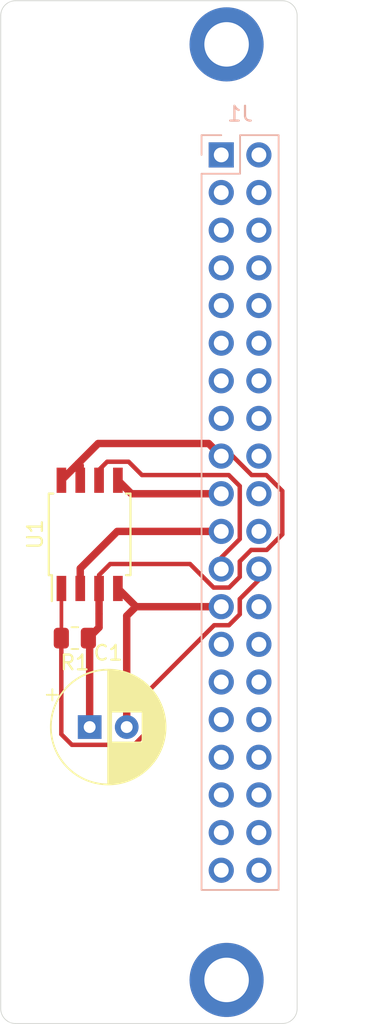
<source format=kicad_pcb>
(kicad_pcb (version 20211014) (generator pcbnew)
  (layers (0 "F.Cu" signal) (31 "B.Cu" signal) (34 "B.Paste" user) (35 "F.Paste" user) (36 "B.SilkS" user "B.Silkscreen") (37 "F.SilkS" user "F.Silkscreen") (38 "B.Mask" user) (39 "F.Mask" user) (44 "Edge.Cuts" user))
  (net 0 "")
  (net 1 "+3V3")
  (net 2 "GND")
  (net 20 "/SPI0_MOSI")
  (net 22 "/SPI0_MISO")
  (net 24 "/SPI0_CLK")
  (net 25 "/SPI0_CS0")
  (footprint "Resistor_SMD:R_0805_2012Metric" (layer "F.Cu") (at 165 124 180)
    (fp_text reference "R1" (at 0 -1.65) (layer "F.SilkS"))
    (fp_text value "10k")
    (fp_line (start -0.227064 0.735) (end 0.227064 0.735) (layer "F.SilkS") (width 0.12))
    (fp_line (start -0.227064 -0.735) (end 0.227064 -0.735) (layer "F.SilkS") (width 0.12))
    (pad "1" smd roundrect (at -0.9125 0 180) (size 1.025 1.4) (layers "F.Cu" "F.Paste" "F.Mask") (roundrect_rratio 0.243902439) (net 1 "+3V3"))
    (pad "2" smd roundrect (at 0.9125 0 180) (size 1.025 1.4) (layers "F.Cu" "F.Paste" "F.Mask") (roundrect_rratio 0.243902439) (net 25 "/SPI0_CS0"))
  )
  (footprint "Package_SO:SOIC-8W_5.3x5.3mm_P1.27mm" (layer "F.Cu") (at 166 117 90)
    (fp_text reference "U1" (at 0 -3.68 90) (layer "F.SilkS"))
    (fp_text value "S25FL216K")
    (fp_line (start -2.75 -2.55) (end -4.5 -2.55) (layer "F.SilkS") (width 0.15))
    (fp_line (start -2.75 2.755) (end 2.75 2.755) (layer "F.SilkS") (width 0.15))
    (fp_line (start -2.75 -2.755) (end -2.75 -2.55) (layer "F.SilkS") (width 0.15))
    (fp_line (start -2.75 2.755) (end -2.75 2.455) (layer "F.SilkS") (width 0.15))
    (fp_line (start -2.75 -2.755) (end 2.75 -2.755) (layer "F.SilkS") (width 0.15))
    (fp_line (start 2.75 -2.755) (end 2.75 -2.455) (layer "F.SilkS") (width 0.15))
    (fp_line (start 2.75 2.755) (end 2.75 2.455) (layer "F.SilkS") (width 0.15))
    (pad "1" smd rect (at -3.65 -1.905 90) (size 1.7 0.65) (layers "F.Cu" "F.Paste" "F.Mask") (net 25 "/SPI0_CS0"))
    (pad "2" smd rect (at -3.65 -0.635 90) (size 1.7 0.65) (layers "F.Cu" "F.Paste" "F.Mask") (net 22 "/SPI0_MISO"))
    (pad "3" smd rect (at -3.65 0.635 90) (size 1.7 0.65) (layers "F.Cu" "F.Paste" "F.Mask") (net 1 "+3V3"))
    (pad "4" smd rect (at -3.65 1.905 90) (size 1.7 0.65) (layers "F.Cu" "F.Paste" "F.Mask") (net 2 "GND"))
    (pad "5" smd rect (at 3.65 1.905 90) (size 1.7 0.65) (layers "F.Cu" "F.Paste" "F.Mask") (net 20 "/SPI0_MOSI"))
    (pad "6" smd rect (at 3.65 0.635 90) (size 1.7 0.65) (layers "F.Cu" "F.Paste" "F.Mask") (net 24 "/SPI0_CLK"))
    (pad "7" smd rect (at 3.65 -0.635 90) (size 1.7 0.65) (layers "F.Cu" "F.Paste" "F.Mask") (net 1 "+3V3"))
    (pad "8" smd rect (at 3.65 -1.905 90) (size 1.7 0.65) (layers "F.Cu" "F.Paste" "F.Mask") (net 1 "+3V3"))
  )
  (footprint "Capacitor_THT:CP_Radial_D7.5mm_P2.50mm" (layer "F.Cu") (at 166 130)
    (fp_text reference "C1" (at 1.25 -5) (layer "F.SilkS"))
    (fp_text value "47uF")
    (fp_line (start 2.611 -3.584) (end 2.611 -1.04) (layer "F.SilkS") (width 0.12))
    (fp_line (start 2.731 1.04) (end 2.731 3.536) (layer "F.SilkS") (width 0.12))
    (fp_line (start 2.651 -3.568) (end 2.651 -1.04) (layer "F.SilkS") (width 0.12))
    (fp_line (start 1.65 1.04) (end 1.65 3.81) (layer "F.SilkS") (width 0.12))
    (fp_line (start 1.37 -3.829) (end 1.37 3.829) (layer "F.SilkS") (width 0.12))
    (fp_line (start -2.892211 -2.175) (end -2.142211 -2.175) (layer "F.SilkS") (width 0.12))
    (fp_line (start 2.851 -3.484) (end 2.851 -1.04) (layer "F.SilkS") (width 0.12))
    (fp_line (start 2.331 1.04) (end 2.331 3.677) (layer "F.SilkS") (width 0.12))
    (fp_line (start 3.171 1.04) (end 3.171 3.321) (layer "F.SilkS") (width 0.12))
    (fp_line (start 4.091 -2.589) (end 4.091 2.589) (layer "F.SilkS") (width 0.12))
    (fp_line (start 4.931 -1.158) (end 4.931 1.158) (layer "F.SilkS") (width 0.12))
    (fp_line (start 4.451 -2.137) (end 4.451 2.137) (layer "F.SilkS") (width 0.12))
    (fp_line (start 1.89 1.04) (end 1.89 3.777) (layer "F.SilkS") (width 0.12))
    (fp_line (start 2.891 1.04) (end 2.891 3.466) (layer "F.SilkS") (width 0.12))
    (fp_line (start 2.531 -3.613) (end 2.531 -1.04) (layer "F.SilkS") (width 0.12))
    (fp_line (start 3.851 -2.827) (end 3.851 2.827) (layer "F.SilkS") (width 0.12))
    (fp_line (start 1.65 -3.81) (end 1.65 -1.04) (layer "F.SilkS") (width 0.12))
    (fp_line (start 1.971 -3.763) (end 1.971 -1.04) (layer "F.SilkS") (width 0.12))
    (fp_line (start 2.091 -3.738) (end 2.091 -1.04) (layer "F.SilkS") (width 0.12))
    (fp_line (start 3.971 -2.713) (end 3.971 2.713) (layer "F.SilkS") (width 0.12))
    (fp_line (start 5.091 -0.441) (end 5.091 0.441) (layer "F.SilkS") (width 0.12))
    (fp_line (start 1.57 -3.817) (end 1.57 -1.04) (layer "F.SilkS") (width 0.12))
    (fp_line (start 3.411 -3.172) (end 3.411 -1.04) (layer "F.SilkS") (width 0.12))
    (fp_line (start 1.85 -3.784) (end 1.85 -1.04) (layer "F.SilkS") (width 0.12))
    (fp_line (start 2.411 -3.653) (end 2.411 -1.04) (layer "F.SilkS") (width 0.12))
    (fp_line (start 4.171 -2.5) (end 4.171 2.5) (layer "F.SilkS") (width 0.12))
    (fp_line (start 1.81 1.04) (end 1.81 3.79) (layer "F.SilkS") (width 0.12))
    (fp_line (start 3.051 -3.386) (end 3.051 -1.04) (layer "F.SilkS") (width 0.12))
    (fp_line (start 2.411 1.04) (end 2.411 3.653) (layer "F.SilkS") (width 0.12))
    (fp_line (start 2.051 -3.747) (end 2.051 -1.04) (layer "F.SilkS") (width 0.12))
    (fp_line (start 2.971 -3.427) (end 2.971 -1.04) (layer "F.SilkS") (width 0.12))
    (fp_line (start 2.971 1.04) (end 2.971 3.427) (layer "F.SilkS") (width 0.12))
    (fp_line (start 1.69 -3.805) (end 1.69 -1.04) (layer "F.SilkS") (width 0.12))
    (fp_line (start 4.731 -1.654) (end 4.731 1.654) (layer "F.SilkS") (width 0.12))
    (fp_line (start 2.211 -3.71) (end 2.211 -1.04) (layer "F.SilkS") (width 0.12))
    (fp_line (start 2.531 1.04) (end 2.531 3.613) (layer "F.SilkS") (width 0.12))
    (fp_line (start 3.131 -3.343) (end 3.131 -1.04) (layer "F.SilkS") (width 0.12))
    (fp_line (start 2.931 -3.447) (end 2.931 -1.04) (layer "F.SilkS") (width 0.12))
    (fp_line (start 3.531 1.04) (end 3.531 3.088) (layer "F.SilkS") (width 0.12))
    (fp_line (start 3.451 -3.144) (end 3.451 -1.04) (layer "F.SilkS") (width 0.12))
    (fp_line (start 3.051 1.04) (end 3.051 3.386) (layer "F.SilkS") (width 0.12))
    (fp_line (start 4.371 -2.25) (end 4.371 2.25) (layer "F.SilkS") (width 0.12))
    (fp_line (start 5.011 -0.877) (end 5.011 0.877) (layer "F.SilkS") (width 0.12))
    (fp_line (start 1.33 -3.83) (end 1.33 3.83) (layer "F.SilkS") (width 0.12))
    (fp_line (start 4.251 -2.405) (end 4.251 2.405) (layer "F.SilkS") (width 0.12))
    (fp_line (start 4.611 -1.881) (end 4.611 1.881) (layer "F.SilkS") (width 0.12))
    (fp_line (start 1.69 1.04) (end 1.69 3.805) (layer "F.SilkS") (width 0.12))
    (fp_line (start 3.091 -3.365) (end 3.091 -1.04) (layer "F.SilkS") (width 0.12))
    (fp_line (start 3.571 -3.058) (end 3.571 3.058) (layer "F.SilkS") (width 0.12))
    (fp_line (start 4.691 -1.733) (end 4.691 1.733) (layer "F.SilkS") (width 0.12))
    (fp_line (start 3.291 -3.249) (end 3.291 -1.04) (layer "F.SilkS") (width 0.12))
    (fp_line (start 4.211 -2.454) (end 4.211 2.454) (layer "F.SilkS") (width 0.12))
    (fp_line (start 4.971 -1.028) (end 4.971 1.028) (layer "F.SilkS") (width 0.12))
    (fp_line (start 3.011 -3.407) (end 3.011 -1.04) (layer "F.SilkS") (width 0.12))
    (fp_line (start 2.331 -3.677) (end 2.331 -1.04) (layer "F.SilkS") (width 0.12))
    (fp_line (start 1.89 -3.777) (end 1.89 -1.04) (layer "F.SilkS") (width 0.12))
    (fp_line (start 2.491 1.04) (end 2.491 3.626) (layer "F.SilkS") (width 0.12))
    (fp_line (start 4.651 -1.809) (end 4.651 1.809) (layer "F.SilkS") (width 0.12))
    (fp_line (start 2.771 1.04) (end 2.771 3.52) (layer "F.SilkS") (width 0.12))
    (fp_line (start 2.451 1.04) (end 2.451 3.64) (layer "F.SilkS") (width 0.12))
    (fp_line (start 2.691 1.04) (end 2.691 3.553) (layer "F.SilkS") (width 0.12))
    (fp_line (start 2.771 -3.52) (end 2.771 -1.04) (layer "F.SilkS") (width 0.12))
    (fp_line (start 2.891 -3.466) (end 2.891 -1.04) (layer "F.SilkS") (width 0.12))
    (fp_line (start 3.211 -3.297) (end 3.211 -1.04) (layer "F.SilkS") (width 0.12))
    (fp_line (start 1.53 1.04) (end 1.53 3.82) (layer "F.SilkS") (width 0.12))
    (fp_line (start 1.971 1.04) (end 1.971 3.763) (layer "F.SilkS") (width 0.12))
    (fp_line (start 2.571 1.04) (end 2.571 3.598) (layer "F.SilkS") (width 0.12))
    (fp_line (start 1.61 1.04) (end 1.61 3.814) (layer "F.SilkS") (width 0.12))
    (fp_line (start 3.011 1.04) (end 3.011 3.407) (layer "F.SilkS") (width 0.12))
    (fp_line (start 3.651 -2.996) (end 3.651 2.996) (layer "F.SilkS") (width 0.12))
    (fp_line (start 2.491 -3.626) (end 2.491 -1.04) (layer "F.SilkS") (width 0.12))
    (fp_line (start 2.291 1.04) (end 2.291 3.688) (layer "F.SilkS") (width 0.12))
    (fp_line (start 2.011 1.04) (end 2.011 3.755) (layer "F.SilkS") (width 0.12))
    (fp_line (start 3.371 -3.198) (end 3.371 -1.04) (layer "F.SilkS") (width 0.12))
    (fp_line (start 2.371 1.04) (end 2.371 3.665) (layer "F.SilkS") (width 0.12))
    (fp_line (start 3.771 -2.898) (end 3.771 2.898) (layer "F.SilkS") (width 0.12))
    (fp_line (start 4.331 -2.304) (end 4.331 2.304) (layer "F.SilkS") (width 0.12))
    (fp_line (start 2.811 1.04) (end 2.811 3.502) (layer "F.SilkS") (width 0.12))
    (fp_line (start 3.331 -3.224) (end 3.331 -1.04) (layer "F.SilkS") (width 0.12))
    (fp_line (start 2.091 1.04) (end 2.091 3.738) (layer "F.SilkS") (width 0.12))
    (fp_line (start 2.571 -3.598) (end 2.571 -1.04) (layer "F.SilkS") (width 0.12))
    (fp_line (start 3.371 1.04) (end 3.371 3.198) (layer "F.SilkS") (width 0.12))
    (fp_line (start 1.25 -3.83) (end 1.25 3.83) (layer "F.SilkS") (width 0.12))
    (fp_line (start 3.291 1.04) (end 3.291 3.249) (layer "F.SilkS") (width 0.12))
    (fp_line (start 1.77 -3.795) (end 1.77 -1.04) (layer "F.SilkS") (width 0.12))
    (fp_line (start 4.291 -2.355) (end 4.291 2.355) (layer "F.SilkS") (width 0.12))
    (fp_line (start 1.61 -3.814) (end 1.61 -1.04) (layer "F.SilkS") (width 0.12))
    (fp_line (start 2.171 -3.72) (end 2.171 -1.04) (layer "F.SilkS") (width 0.12))
    (fp_line (start 2.691 -3.553) (end 2.691 -1.04) (layer "F.SilkS") (width 0.12))
    (fp_line (start 3.171 -3.321) (end 3.171 -1.04) (layer "F.SilkS") (width 0.12))
    (fp_line (start 1.81 -3.79) (end 1.81 -1.04) (layer "F.SilkS") (width 0.12))
    (fp_line (start 1.93 1.04) (end 1.93 3.77) (layer "F.SilkS") (width 0.12))
    (fp_line (start 2.051 1.04) (end 2.051 3.747) (layer "F.SilkS") (width 0.12))
    (fp_line (start 3.091 1.04) (end 3.091 3.365) (layer "F.SilkS") (width 0.12))
    (fp_line (start 1.49 1.04) (end 1.49 3.823) (layer "F.SilkS") (width 0.12))
    (fp_line (start 3.491 1.04) (end 3.491 3.116) (layer "F.SilkS") (width 0.12))
    (fp_line (start 1.85 1.04) (end 1.85 3.784) (layer "F.SilkS") (width 0.12))
    (fp_line (start 2.731 -3.536) (end 2.731 -1.04) (layer "F.SilkS") (width 0.12))
    (fp_line (start 2.251 -3.699) (end 2.251 -1.04) (layer "F.SilkS") (width 0.12))
    (fp_line (start 3.211 1.04) (end 3.211 3.297) (layer "F.SilkS") (width 0.12))
    (fp_line (start 1.93 -3.77) (end 1.93 -1.04) (layer "F.SilkS") (width 0.12))
    (fp_line (start 2.291 -3.688) (end 2.291 -1.04) (layer "F.SilkS") (width 0.12))
    (fp_line (start 3.811 -2.863) (end 3.811 2.863) (layer "F.SilkS") (width 0.12))
    (fp_line (start 3.251 -3.274) (end 3.251 -1.04) (layer "F.SilkS") (width 0.12))
    (fp_line (start 4.811 -1.478) (end 4.811 1.478) (layer "F.SilkS") (width 0.12))
    (fp_line (start 2.171 1.04) (end 2.171 3.72) (layer "F.SilkS") (width 0.12))
    (fp_line (start 4.771 -1.569) (end 4.771 1.569) (layer "F.SilkS") (width 0.12))
    (fp_line (start 3.451 1.04) (end 3.451 3.144) (layer "F.SilkS") (width 0.12))
    (fp_line (start 4.531 -2.014) (end 4.531 2.014) (layer "F.SilkS") (width 0.12))
    (fp_line (start 3.731 -2.931) (end 3.731 2.931) (layer "F.SilkS") (width 0.12))
    (fp_line (start 1.41 -3.827) (end 1.41 3.827) (layer "F.SilkS") (width 0.12))
    (fp_line (start 3.491 -3.116) (end 3.491 -1.04) (layer "F.SilkS") (width 0.12))
    (fp_line (start 4.131 -2.546) (end 4.131 2.546) (layer "F.SilkS") (width 0.12))
    (fp_line (start 3.891 -2.79) (end 3.891 2.79) (layer "F.SilkS") (width 0.12))
    (fp_line (start 1.45 -3.825) (end 1.45 3.825) (layer "F.SilkS") (width 0.12))
    (fp_line (start 2.211 1.04) (end 2.211 3.71) (layer "F.SilkS") (width 0.12))
    (fp_line (start 1.29 -3.83) (end 1.29 3.83) (layer "F.SilkS") (width 0.12))
    (fp_line (start 2.851 1.04) (end 2.851 3.484) (layer "F.SilkS") (width 0.12))
    (fp_line (start 2.131 1.04) (end 2.131 3.729) (layer "F.SilkS") (width 0.12))
    (fp_line (start 1.77 1.04) (end 1.77 3.795) (layer "F.SilkS") (width 0.12))
    (fp_line (start 4.571 -1.949) (end 4.571 1.949) (layer "F.SilkS") (width 0.12))
    (fp_line (start 3.331 1.04) (end 3.331 3.224) (layer "F.SilkS") (width 0.12))
    (fp_line (start 2.451 -3.64) (end 2.451 -1.04) (layer "F.SilkS") (width 0.12))
    (fp_line (start 1.53 -3.82) (end 1.53 -1.04) (layer "F.SilkS") (width 0.12))
    (fp_line (start 2.931 1.04) (end 2.931 3.447) (layer "F.SilkS") (width 0.12))
    (fp_line (start 2.611 1.04) (end 2.611 3.584) (layer "F.SilkS") (width 0.12))
    (fp_line (start 2.651 1.04) (end 2.651 3.568) (layer "F.SilkS") (width 0.12))
    (fp_line (start 3.531 -3.088) (end 3.531 -1.04) (layer "F.SilkS") (width 0.12))
    (fp_line (start 4.491 -2.077) (end 4.491 2.077) (layer "F.SilkS") (width 0.12))
    (fp_line (start 3.611 -3.028) (end 3.611 3.028) (layer "F.SilkS") (width 0.12))
    (fp_line (start 4.051 -2.632) (end 4.051 2.632) (layer "F.SilkS") (width 0.12))
    (fp_line (start 4.891 -1.275) (end 4.891 1.275) (layer "F.SilkS") (width 0.12))
    (fp_line (start 4.411 -2.195) (end 4.411 2.195) (layer "F.SilkS") (width 0.12))
    (fp_line (start 5.051 -0.693) (end 5.051 0.693) (layer "F.SilkS") (width 0.12))
    (fp_line (start 1.73 1.04) (end 1.73 3.801) (layer "F.SilkS") (width 0.12))
    (fp_line (start 4.011 -2.673) (end 4.011 2.673) (layer "F.SilkS") (width 0.12))
    (fp_line (start 1.73 -3.801) (end 1.73 -1.04) (layer "F.SilkS") (width 0.12))
    (fp_line (start -2.517211 -2.55) (end -2.517211 -1.8) (layer "F.SilkS") (width 0.12))
    (fp_line (start 1.49 -3.823) (end 1.49 -1.04) (layer "F.SilkS") (width 0.12))
    (fp_line (start 3.131 1.04) (end 3.131 3.343) (layer "F.SilkS") (width 0.12))
    (fp_line (start 2.371 -3.665) (end 2.371 -1.04) (layer "F.SilkS") (width 0.12))
    (fp_line (start 1.57 1.04) (end 1.57 3.817) (layer "F.SilkS") (width 0.12))
    (fp_line (start 3.691 -2.964) (end 3.691 2.964) (layer "F.SilkS") (width 0.12))
    (fp_line (start 2.011 -3.755) (end 2.011 -1.04) (layer "F.SilkS") (width 0.12))
    (fp_line (start 3.931 -2.752) (end 3.931 2.752) (layer "F.SilkS") (width 0.12))
    (fp_line (start 4.851 -1.381) (end 4.851 1.381) (layer "F.SilkS") (width 0.12))
    (fp_line (start 2.251 1.04) (end 2.251 3.699) (layer "F.SilkS") (width 0.12))
    (fp_line (start 2.131 -3.729) (end 2.131 -1.04) (layer "F.SilkS") (width 0.12))
    (fp_line (start 3.411 1.04) (end 3.411 3.172) (layer "F.SilkS") (width 0.12))
    (fp_line (start 2.811 -3.502) (end 2.811 -1.04) (layer "F.SilkS") (width 0.12))
    (fp_line (start 3.251 1.04) (end 3.251 3.274) (layer "F.SilkS") (width 0.12))
    (fp_circle (center 1.25 0) (end 5.12 0) (layer "F.SilkS") (width 0.12) (fill none))
    (pad "1" thru_hole rect (at 0 0) (size 1.6 1.6) (drill 0.8) (layers *.Cu *.Mask) (net 1 "+3V3"))
    (pad "2" thru_hole circle (at 2.5 0) (size 1.6 1.6) (drill 0.8) (layers *.Cu *.Mask) (net 2 "GND"))
  )
  (footprint "Connector_PinSocket_2.54mm:PinSocket_2x20_P2.54mm_Vertical" (layer "B.Cu") (at 174.88 91.4 180)
    (fp_text reference "J1" (at -1.27 2.77) (layer "B.SilkS") (effects (justify mirror)))
    (fp_text value "Conn_02x20_Odd_Even")
    (fp_line (start -1.27 -1.27) (end 1.33 -1.27) (layer "B.SilkS") (width 0.12))
    (fp_line (start 1.33 1.33) (end 1.33 0) (layer "B.SilkS") (width 0.12))
    (fp_line (start -3.87 1.33) (end -3.87 -49.59) (layer "B.SilkS") (width 0.12))
    (fp_line (start -3.87 -49.59) (end 1.33 -49.59) (layer "B.SilkS") (width 0.12))
    (fp_line (start -3.87 1.33) (end -1.27 1.33) (layer "B.SilkS") (width 0.12))
    (fp_line (start 1.33 -1.27) (end 1.33 -49.59) (layer "B.SilkS") (width 0.12))
    (fp_line (start -1.27 1.33) (end -1.27 -1.27) (layer "B.SilkS") (width 0.12))
    (fp_line (start 0 1.33) (end 1.33 1.33) (layer "B.SilkS") (width 0.12))
    (pad "1" thru_hole rect (at 0 0 180) (size 1.7 1.7) (drill 1) (layers *.Cu *.Mask))
    (pad "2" thru_hole oval (at -2.54 0 180) (size 1.7 1.7) (drill 1) (layers *.Cu *.Mask))
    (pad "3" thru_hole oval (at 0 -2.54 180) (size 1.7 1.7) (drill 1) (layers *.Cu *.Mask))
    (pad "4" thru_hole oval (at -2.54 -2.54 180) (size 1.7 1.7) (drill 1) (layers *.Cu *.Mask))
    (pad "5" thru_hole oval (at 0 -5.08 180) (size 1.7 1.7) (drill 1) (layers *.Cu *.Mask))
    (pad "6" thru_hole oval (at -2.54 -5.08 180) (size 1.7 1.7) (drill 1) (layers *.Cu *.Mask))
    (pad "7" thru_hole oval (at 0 -7.62 180) (size 1.7 1.7) (drill 1) (layers *.Cu *.Mask))
    (pad "8" thru_hole oval (at -2.54 -7.62 180) (size 1.7 1.7) (drill 1) (layers *.Cu *.Mask))
    (pad "9" thru_hole oval (at 0 -10.16 180) (size 1.7 1.7) (drill 1) (layers *.Cu *.Mask))
    (pad "10" thru_hole oval (at -2.54 -10.16 180) (size 1.7 1.7) (drill 1) (layers *.Cu *.Mask))
    (pad "11" thru_hole oval (at 0 -12.7 180) (size 1.7 1.7) (drill 1) (layers *.Cu *.Mask))
    (pad "12" thru_hole oval (at -2.54 -12.7 180) (size 1.7 1.7) (drill 1) (layers *.Cu *.Mask))
    (pad "13" thru_hole oval (at 0 -15.24 180) (size 1.7 1.7) (drill 1) (layers *.Cu *.Mask))
    (pad "14" thru_hole oval (at -2.54 -15.24 180) (size 1.7 1.7) (drill 1) (layers *.Cu *.Mask))
    (pad "15" thru_hole oval (at 0 -17.78 180) (size 1.7 1.7) (drill 1) (layers *.Cu *.Mask))
    (pad "16" thru_hole oval (at -2.54 -17.78 180) (size 1.7 1.7) (drill 1) (layers *.Cu *.Mask))
    (pad "17" thru_hole oval (at 0 -20.32 180) (size 1.7 1.7) (drill 1) (layers *.Cu *.Mask) (net 1 "+3V3"))
    (pad "18" thru_hole oval (at -2.54 -20.32 180) (size 1.7 1.7) (drill 1) (layers *.Cu *.Mask))
    (pad "19" thru_hole oval (at 0 -22.86 180) (size 1.7 1.7) (drill 1) (layers *.Cu *.Mask) (net 20 "/SPI0_MOSI"))
    (pad "20" thru_hole oval (at -2.54 -22.86 180) (size 1.7 1.7) (drill 1) (layers *.Cu *.Mask))
    (pad "21" thru_hole oval (at 0 -25.4 180) (size 1.7 1.7) (drill 1) (layers *.Cu *.Mask) (net 22 "/SPI0_MISO"))
    (pad "22" thru_hole oval (at -2.54 -25.4 180) (size 1.7 1.7) (drill 1) (layers *.Cu *.Mask))
    (pad "23" thru_hole oval (at 0 -27.94 180) (size 1.7 1.7) (drill 1) (layers *.Cu *.Mask) (net 24 "/SPI0_CLK"))
    (pad "24" thru_hole oval (at -2.54 -27.94 180) (size 1.7 1.7) (drill 1) (layers *.Cu *.Mask) (net 25 "/SPI0_CS0"))
    (pad "25" thru_hole oval (at 0 -30.48 180) (size 1.7 1.7) (drill 1) (layers *.Cu *.Mask) (net 2 "GND"))
    (pad "26" thru_hole oval (at -2.54 -30.48 180) (size 1.7 1.7) (drill 1) (layers *.Cu *.Mask))
    (pad "27" thru_hole oval (at 0 -33.02 180) (size 1.7 1.7) (drill 1) (layers *.Cu *.Mask))
    (pad "28" thru_hole oval (at -2.54 -33.02 180) (size 1.7 1.7) (drill 1) (layers *.Cu *.Mask))
    (pad "29" thru_hole oval (at 0 -35.56 180) (size 1.7 1.7) (drill 1) (layers *.Cu *.Mask))
    (pad "30" thru_hole oval (at -2.54 -35.56 180) (size 1.7 1.7) (drill 1) (layers *.Cu *.Mask))
    (pad "31" thru_hole oval (at 0 -38.1 180) (size 1.7 1.7) (drill 1) (layers *.Cu *.Mask))
    (pad "32" thru_hole oval (at -2.54 -38.1 180) (size 1.7 1.7) (drill 1) (layers *.Cu *.Mask))
    (pad "33" thru_hole oval (at 0 -40.64 180) (size 1.7 1.7) (drill 1) (layers *.Cu *.Mask))
    (pad "34" thru_hole oval (at -2.54 -40.64 180) (size 1.7 1.7) (drill 1) (layers *.Cu *.Mask))
    (pad "35" thru_hole oval (at 0 -43.18 180) (size 1.7 1.7) (drill 1) (layers *.Cu *.Mask))
    (pad "36" thru_hole oval (at -2.54 -43.18 180) (size 1.7 1.7) (drill 1) (layers *.Cu *.Mask))
    (pad "37" thru_hole oval (at 0 -45.72 180) (size 1.7 1.7) (drill 1) (layers *.Cu *.Mask))
    (pad "38" thru_hole oval (at -2.54 -45.72 180) (size 1.7 1.7) (drill 1) (layers *.Cu *.Mask))
    (pad "39" thru_hole oval (at 0 -48.26 180) (size 1.7 1.7) (drill 1) (layers *.Cu *.Mask))
    (pad "40" thru_hole oval (at -2.54 -48.26 180) (size 1.7 1.7) (drill 1) (layers *.Cu *.Mask))
  )
  (gr_arc (start 180 149) (mid 179.707107 149.707107) (end 179 150) (layer "Edge.Cuts") (width 0.05))
  (gr_line (start 179 150) (end 161 150) (layer "Edge.Cuts") (width 0.05))
  (gr_line (start 180 82) (end 180 149) (layer "Edge.Cuts") (width 0.05))
  (gr_arc (start 160 82) (mid 160.292893 81.292893) (end 161 81) (layer "Edge.Cuts") (width 0.05))
  (gr_line (start 160 149) (end 160 82) (layer "Edge.Cuts") (width 0.05))
  (gr_arc (start 179 81) (mid 179.707107 81.292893) (end 180 82) (layer "Edge.Cuts") (width 0.05))
  (gr_arc (start 161 150) (mid 160.292893 149.707107) (end 160 149) (layer "Edge.Cuts") (width 0.05))
  (gr_line (start 161 81) (end 179 81) (layer "Edge.Cuts") (width 0.05))
  (via (at 175.24 83.944) (size 5) (drill 3) (layers "F.Cu" "B.Cu") (net 0))
  (via (at 175.24 147.06) (size 5) (drill 3) (layers "F.Cu" "B.Cu") (net 0))
  (segment (start 165.2225 112.2225) (end 164.095 113.35) (width 0.5) (layer "F.Cu") (net 1))
  (segment (start 176.129511 119.870489) (end 176.129511 118.822435) (width 0.3) (layer "F.Cu") (net 1))
  (segment (start 174.03 110.87) (end 166.575 110.87) (width 0.5) (layer "F.Cu") (net 1))
  (segment (start 176.902435 118.049511) (end 177.950489 118.049511) (width 0.3) (layer "F.Cu") (net 1))
  (segment (start 174.88 111.72) (end 174.03 110.87) (width 0.5) (layer "F.Cu") (net 1))
  (segment (start 165.365 113.35) (end 165.365 112.365) (width 0.5) (layer "F.Cu") (net 1))
  (segment (start 177.927076 113) (end 176.932924 113) (width 0.3) (layer "F.Cu") (net 1))
  (segment (start 166.635 119.745978) (end 167.380978 119) (width 0.3) (layer "F.Cu") (net 1))
  (segment (start 165.9125 124) (end 166.635 123.2775) (width 0.5) (layer "F.Cu") (net 1))
  (segment (start 166.635 120.65) (end 166.635 119.745978) (width 0.3) (layer "F.Cu") (net 1))
  (segment (start 165.9125 124) (end 166 124.0875) (width 0.5) (layer "F.Cu") (net 1))
  (segment (start 179 114.072924) (end 177.927076 113) (width 0.3) (layer "F.Cu") (net 1))
  (segment (start 179 117) (end 179 114.072924) (width 0.3) (layer "F.Cu") (net 1))
  (segment (start 175.410489 120.589511) (end 176.129511 119.870489) (width 0.3) (layer "F.Cu") (net 1))
  (segment (start 176.129511 118.822435) (end 176.902435 118.049511) (width 0.3) (layer "F.Cu") (net 1))
  (segment (start 176.932924 113) (end 175.652924 111.72) (width 0.3) (layer "F.Cu") (net 1))
  (segment (start 165.365 112.365) (end 165.2225 112.2225) (width 0.5) (layer "F.Cu") (net 1))
  (segment (start 175.652924 111.72) (end 174.88 111.72) (width 0.3) (layer "F.Cu") (net 1))
  (segment (start 174.362435 120.589511) (end 175.410489 120.589511) (width 0.3) (layer "F.Cu") (net 1))
  (segment (start 166.635 123.2775) (end 166.635 122.365) (width 0.5) (layer "F.Cu") (net 1))
  (segment (start 172.772924 119) (end 174.362435 120.589511) (width 0.3) (layer "F.Cu") (net 1))
  (segment (start 166.635 122.365) (end 166.635 120.65) (width 0.5) (layer "F.Cu") (net 1))
  (segment (start 166 124.0875) (end 166 130) (width 0.5) (layer "F.Cu") (net 1))
  (segment (start 177.950489 118.049511) (end 179 117) (width 0.3) (layer "F.Cu") (net 1))
  (segment (start 167.380978 119) (end 172.772924 119) (width 0.3) (layer "F.Cu") (net 1))
  (segment (start 166.575 110.87) (end 165.2225 112.2225) (width 0.5) (layer "F.Cu") (net 1))
  (segment (start 168.5 122.5) (end 169.12 121.88) (width 0.5) (layer "F.Cu") (net 2))
  (segment (start 168.5 130) (end 168.5 122.5) (width 0.5) (layer "F.Cu") (net 2))
  (segment (start 169.12 121.88) (end 169.135 121.88) (width 0.5) (layer "F.Cu") (net 2))
  (segment (start 169.135 121.88) (end 167.905 120.65) (width 0.5) (layer "F.Cu") (net 2))
  (segment (start 174.88 121.88) (end 169.135 121.88) (width 0.5) (layer "F.Cu") (net 2))
  (segment (start 174.88 114.26) (end 168.815 114.26) (width 0.5) (layer "F.Cu") (net 20))
  (segment (start 168.815 114.26) (end 167.905 113.35) (width 0.5) (layer "F.Cu") (net 20))
  (segment (start 174.88 116.8) (end 167.865 116.8) (width 0.5) (layer "F.Cu") (net 22))
  (segment (start 167.865 116.8) (end 165.365 119.3) (width 0.5) (layer "F.Cu") (net 22))
  (segment (start 165.365 119.3) (end 165.365 120.65) (width 0.5) (layer "F.Cu") (net 22))
  (segment (start 176.129511 113.742435) (end 175.387076 113) (width 0.3) (layer "F.Cu") (net 24))
  (segment (start 174.88 118.567076) (end 176.129511 117.317565) (width 0.3) (layer "F.Cu") (net 24))
  (segment (start 167.180489 112.100489) (end 166.635 112.645978) (width 0.3) (layer "F.Cu") (net 24))
  (segment (start 166.635 112.645978) (end 166.635 113.35) (width 0.3) (layer "F.Cu") (net 24))
  (segment (start 175.387076 113) (end 169.529022 113) (width 0.3) (layer "F.Cu") (net 24))
  (segment (start 176.129511 117.317565) (end 176.129511 113.742435) (width 0.3) (layer "F.Cu") (net 24))
  (segment (start 174.88 119.34) (end 174.88 118.567076) (width 0.3) (layer "F.Cu") (net 24))
  (segment (start 169.529022 113) (end 168.629511 112.100489) (width 0.3) (layer "F.Cu") (net 24))
  (segment (start 168.629511 112.100489) (end 167.180489 112.100489) (width 0.3) (layer "F.Cu") (net 24))
  (segment (start 174.403413 123.129511) (end 169.699511 127.833413) (width 0.3) (layer "F.Cu") (net 25))
  (segment (start 168.996855 131.199511) (end 164.800489 131.199511) (width 0.3) (layer "F.Cu") (net 25))
  (segment (start 164.0875 124) (end 164.095 123.9925) (width 0.25) (layer "F.Cu") (net 25))
  (segment (start 176.129511 122.397565) (end 175.397565 123.129511) (width 0.3) (layer "F.Cu") (net 25))
  (segment (start 177.42 119.34) (end 177.42 120.071946) (width 0.3) (layer "F.Cu") (net 25))
  (segment (start 164.800489 131.199511) (end 164.0875 130.486522) (width 0.3) (layer "F.Cu") (net 25))
  (segment (start 175.397565 123.129511) (end 174.403413 123.129511) (width 0.3) (layer "F.Cu") (net 25))
  (segment (start 176.129511 121.362435) (end 176.129511 122.397565) (width 0.3) (layer "F.Cu") (net 25))
  (segment (start 164.0875 130.486522) (end 164.0875 124) (width 0.3) (layer "F.Cu") (net 25))
  (segment (start 169.699511 127.833413) (end 169.699511 130.496855) (width 0.3) (layer "F.Cu") (net 25))
  (segment (start 169.699511 130.496855) (end 168.996855 131.199511) (width 0.3) (layer "F.Cu") (net 25))
  (segment (start 177.42 120.071946) (end 176.129511 121.362435) (width 0.3) (layer "F.Cu") (net 25))
  (segment (start 164.095 123.9925) (end 164.095 120.65) (width 0.25) (layer "F.Cu") (net 25))
)
</source>
